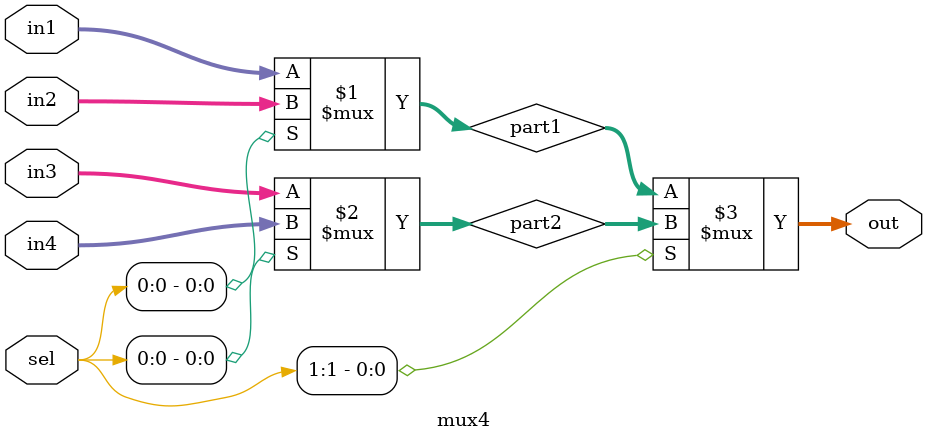
<source format=v>
module mux4(out, in1, in2, in3, in4, sel);
    input [31:0] in1, in2, in3, in4;
    input [1:0] sel;
    output [31:0] out;

    wire [31:0] part1, part2;

    assign part1 = sel[0] ? in2 : in1;
    assign part2 = sel[0] ? in4 : in3;

    assign out = sel[1] ? part2 : part1;

endmodule
</source>
